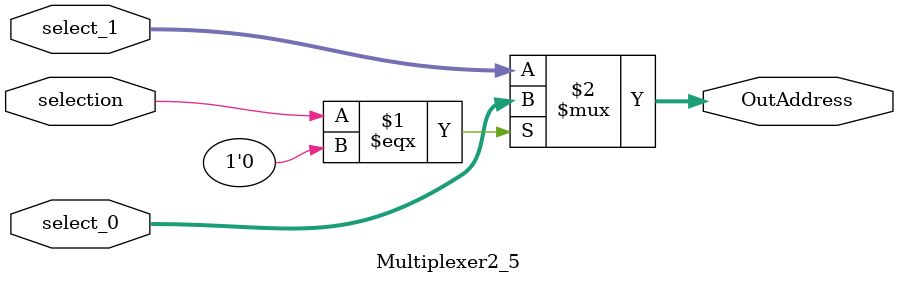
<source format=v>
`timescale 1ns / 1ps

module Multiplexer2_5 (
    input [4:0] select_0,
    input [4:0] select_1,
    input selection,
    output [4:0] OutAddress
    );
        
    assign OutAddress = (selection === 0 ? select_0 : select_1);
endmodule
</source>
